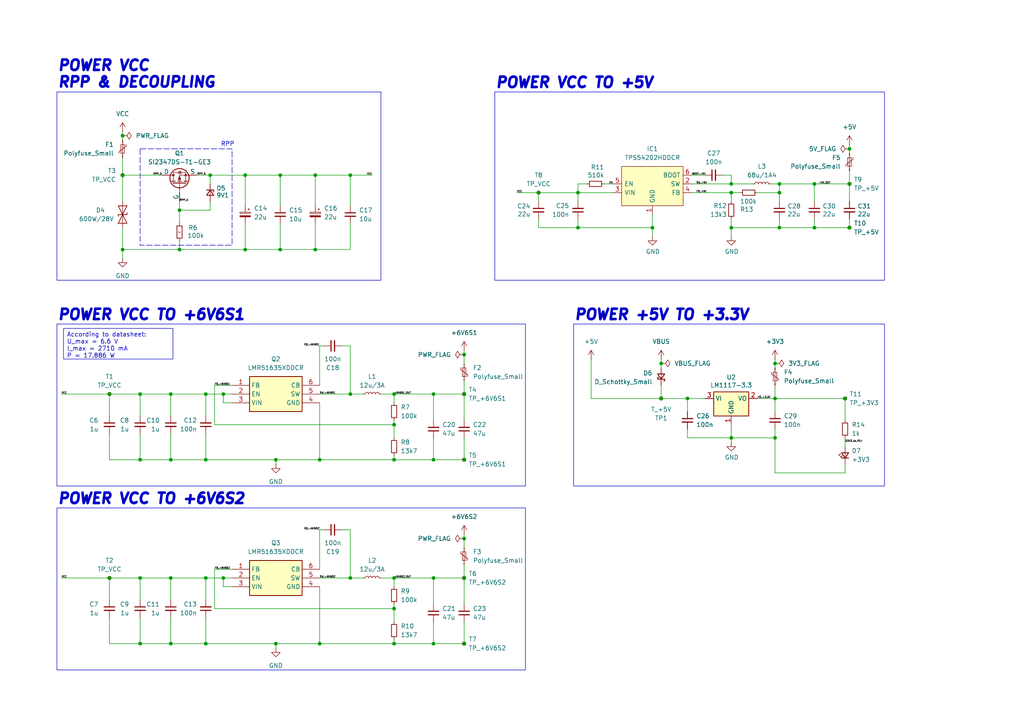
<source format=kicad_sch>
(kicad_sch (version 20250114) (generator "eeschema") (generator_version "9.0")
  (paper "A4")
  (rectangle (start 166.37 93.98) (end 256.54 140.97))
  (rectangle (start 16.51 93.98) (end 152.4 140.97))
  (rectangle (start 143.51 26.67) (end 256.54 81.28))
  (rectangle (start 16.51 26.67) (end 110.49 81.28))
  (rectangle (start 40.64 43.18) (end 67.31 71.12) (stroke (width 0) (type dash)))
  (rectangle (start 16.51 147.32) (end 152.4 194.31))
  (text "RPP" (at 66.04 41.91 0) (effects (font (size 1.27 1.27))))
  (text "POWER VCC TO +6V6S2" (at 16.51 144.78 0) (effects (font (size 3 3) (thickness 2) (bold yes) (italic yes)) (justify left)))
  (text "POWER VCC TO +5V" (at 143.51 24.13 0) (effects (font (size 3 3) (thickness 2) (bold yes) (italic yes)) (justify left)))
  (text "POWER +5V TO +3.3V" (at 166.37 91.44 0) (effects (font (size 3 3) (thickness 2) (bold yes) (italic yes)) (justify left)))
  (text "POWER VCC\nRPP & DECOUPLING" (at 16.51 21.59 0) (effects (font (size 3 3) (thickness 2) (bold yes) (italic yes)) (justify left)))
  (text "POWER VCC TO +6V6S1" (at 16.51 91.44 0) (effects (font (size 3 3) (thickness 2) (bold yes) (italic yes)) (justify left)))
  (text_box "According to datasheet:\nU_max = 6.6 V\nI_max = 2710 mA\nP = 17.886 W" (at 18.415 95.25 0) (size 31.75 8.89) (margins 0.9525 0.9525 0.9525 0.9525) (effects (font (size 1.27 1.27)) (justify left top)))
  (junction (at 212.09 127))
  (junction (at 226.06 66.04))
  (junction (at 212.09 53.34))
  (junction (at 49.53 186.69))
  (junction (at 191.77 115.57))
  (junction (at 134.62 102.87))
  (junction (at 59.69 133.35))
  (junction (at 49.53 167.64))
  (junction (at 125.73 114.3))
  (junction (at 134.62 114.3))
  (junction (at 64.77 114.3))
  (junction (at 125.73 167.64))
  (junction (at 114.3 123.19))
  (junction (at 114.3 114.3))
  (junction (at 226.06 53.34))
  (junction (at 59.69 186.69))
  (junction (at 134.62 167.64))
  (junction (at 191.77 105.41))
  (junction (at 81.28 72.39))
  (junction (at 31.75 167.64))
  (junction (at 91.44 50.8))
  (junction (at 114.3 176.53))
  (junction (at 92.71 186.69))
  (junction (at 114.3 133.35))
  (junction (at 52.07 60.96))
  (junction (at 134.62 186.69))
  (junction (at 167.64 55.88))
  (junction (at 212.09 55.88))
  (junction (at 101.6 114.3))
  (junction (at 71.12 50.8))
  (junction (at 52.07 72.39))
  (junction (at 80.01 133.35))
  (junction (at 246.38 43.18))
  (junction (at 31.75 114.3))
  (junction (at 189.23 66.04))
  (junction (at 71.12 72.39))
  (junction (at 167.64 66.04))
  (junction (at 101.6 50.8))
  (junction (at 40.64 133.35))
  (junction (at 35.56 39.37))
  (junction (at 236.22 66.04))
  (junction (at 125.73 186.69))
  (junction (at 40.64 186.69))
  (junction (at 92.71 133.35))
  (junction (at 60.96 50.8))
  (junction (at 156.21 55.88))
  (junction (at 246.38 66.04))
  (junction (at 35.56 72.39))
  (junction (at 226.06 55.88))
  (junction (at 134.62 133.35))
  (junction (at 114.3 167.64))
  (junction (at 114.3 186.69))
  (junction (at 81.28 50.8))
  (junction (at 40.64 114.3))
  (junction (at 40.64 167.64))
  (junction (at 59.69 114.3))
  (junction (at 246.38 53.34))
  (junction (at 236.22 53.34))
  (junction (at 224.79 115.57))
  (junction (at 125.73 133.35))
  (junction (at 49.53 114.3))
  (junction (at 35.56 50.8))
  (junction (at 224.79 105.41))
  (junction (at 224.79 127))
  (junction (at 212.09 66.04))
  (junction (at 199.39 115.57))
  (junction (at 134.62 156.21))
  (junction (at 59.69 167.64))
  (junction (at 101.6 167.64))
  (junction (at 64.77 167.64))
  (junction (at 91.44 72.39))
  (junction (at 49.53 133.35))
  (junction (at 245.11 115.57))
  (junction (at 80.01 186.69))
  (wire (pts (xy 31.75 114.3) (xy 40.64 114.3)))
  (wire (pts (xy 134.62 154.94) (xy 134.62 156.21)))
  (wire (pts (xy 200.66 55.88) (xy 212.09 55.88)))
  (wire (pts (xy 92.71 100.33) (xy 93.98 100.33)))
  (wire (pts (xy 67.31 170.18) (xy 64.77 170.18)))
  (wire (pts (xy 59.69 167.64) (xy 64.77 167.64)))
  (wire (pts (xy 167.64 53.34) (xy 167.64 55.88)))
  (wire (pts (xy 114.3 127) (xy 114.3 123.19)))
  (wire (pts (xy 199.39 124.46) (xy 199.39 127)))
  (wire (pts (xy 224.79 104.14) (xy 224.79 105.41)))
  (wire (pts (xy 189.23 62.23) (xy 189.23 66.04)))
  (wire (pts (xy 101.6 50.8) (xy 101.6 59.69)))
  (wire (pts (xy 62.23 123.19) (xy 114.3 123.19)))
  (wire (pts (xy 212.09 55.88) (xy 212.09 58.42)))
  (wire (pts (xy 200.66 50.8) (xy 204.47 50.8)))
  (wire (pts (xy 59.69 179.07) (xy 59.69 186.69)))
  (wire (pts (xy 67.31 165.1) (xy 62.23 165.1)))
  (wire (pts (xy 245.11 127) (xy 245.11 129.54)))
  (wire (pts (xy 92.71 167.64) (xy 101.6 167.64)))
  (wire (pts (xy 99.06 100.33) (xy 101.6 100.33)))
  (wire (pts (xy 134.62 180.34) (xy 134.62 186.69)))
  (wire (pts (xy 35.56 72.39) (xy 52.07 72.39)))
  (wire (pts (xy 191.77 105.41) (xy 191.77 106.68)))
  (wire (pts (xy 71.12 50.8) (xy 81.28 50.8)))
  (wire (pts (xy 149.86 55.88) (xy 156.21 55.88)))
  (wire (pts (xy 226.06 53.34) (xy 223.52 53.34)))
  (wire (pts (xy 40.64 167.64) (xy 40.64 173.99)))
  (wire (pts (xy 156.21 63.5) (xy 156.21 66.04)))
  (wire (pts (xy 212.09 66.04) (xy 212.09 63.5)))
  (wire (pts (xy 101.6 50.8) (xy 107.95 50.8)))
  (wire (pts (xy 40.64 167.64) (xy 49.53 167.64)))
  (wire (pts (xy 31.75 133.35) (xy 40.64 133.35)))
  (wire (pts (xy 40.64 179.07) (xy 40.64 186.69)))
  (wire (pts (xy 31.75 179.07) (xy 31.75 186.69)))
  (wire (pts (xy 71.12 50.8) (xy 71.12 59.69)))
  (wire (pts (xy 125.73 114.3) (xy 125.73 121.92)))
  (wire (pts (xy 246.38 53.34) (xy 236.22 53.34)))
  (wire (pts (xy 125.73 186.69) (xy 114.3 186.69)))
  (wire (pts (xy 49.53 114.3) (xy 59.69 114.3)))
  (wire (pts (xy 80.01 133.35) (xy 80.01 134.62)))
  (wire (pts (xy 175.26 53.34) (xy 177.8 53.34)))
  (wire (pts (xy 35.56 38.1) (xy 35.56 39.37)))
  (wire (pts (xy 31.75 167.64) (xy 31.75 173.99)))
  (wire (pts (xy 134.62 114.3) (xy 134.62 121.92)))
  (wire (pts (xy 101.6 114.3) (xy 105.41 114.3)))
  (wire (pts (xy 52.07 58.42) (xy 52.07 60.96)))
  (wire (pts (xy 125.73 127) (xy 125.73 133.35)))
  (wire (pts (xy 226.06 53.34) (xy 226.06 55.88)))
  (wire (pts (xy 62.23 176.53) (xy 114.3 176.53)))
  (wire (pts (xy 134.62 167.64) (xy 134.62 175.26)))
  (wire (pts (xy 59.69 186.69) (xy 80.01 186.69)))
  (wire (pts (xy 134.62 167.64) (xy 134.62 163.83)))
  (wire (pts (xy 52.07 60.96) (xy 60.96 60.96)))
  (wire (pts (xy 134.62 102.87) (xy 134.62 105.41)))
  (wire (pts (xy 224.79 137.16) (xy 245.11 137.16)))
  (wire (pts (xy 114.3 121.92) (xy 114.3 123.19)))
  (wire (pts (xy 134.62 114.3) (xy 134.62 110.49)))
  (wire (pts (xy 35.56 50.8) (xy 46.99 50.8)))
  (wire (pts (xy 40.64 125.73) (xy 40.64 133.35)))
  (wire (pts (xy 156.21 66.04) (xy 167.64 66.04)))
  (wire (pts (xy 236.22 63.5) (xy 236.22 66.04)))
  (wire (pts (xy 125.73 186.69) (xy 134.62 186.69)))
  (wire (pts (xy 31.75 125.73) (xy 31.75 133.35)))
  (wire (pts (xy 62.23 165.1) (xy 62.23 176.53)))
  (wire (pts (xy 125.73 133.35) (xy 114.3 133.35)))
  (wire (pts (xy 64.77 114.3) (xy 67.31 114.3)))
  (wire (pts (xy 52.07 72.39) (xy 52.07 69.85)))
  (wire (pts (xy 167.64 55.88) (xy 167.64 58.42)))
  (wire (pts (xy 92.71 114.3) (xy 101.6 114.3)))
  (wire (pts (xy 92.71 133.35) (xy 114.3 133.35)))
  (wire (pts (xy 59.69 114.3) (xy 64.77 114.3)))
  (wire (pts (xy 101.6 153.67) (xy 101.6 167.64)))
  (wire (pts (xy 60.96 53.34) (xy 60.96 50.8)))
  (wire (pts (xy 64.77 116.84) (xy 64.77 114.3)))
  (wire (pts (xy 167.64 55.88) (xy 177.8 55.88)))
  (wire (pts (xy 35.56 50.8) (xy 35.56 58.42)))
  (wire (pts (xy 80.01 186.69) (xy 80.01 187.96)))
  (wire (pts (xy 191.77 104.14) (xy 191.77 105.41)))
  (wire (pts (xy 224.79 105.41) (xy 224.79 106.68)))
  (wire (pts (xy 49.53 186.69) (xy 59.69 186.69)))
  (wire (pts (xy 59.69 114.3) (xy 59.69 120.65)))
  (wire (pts (xy 199.39 115.57) (xy 199.39 119.38)))
  (wire (pts (xy 60.96 50.8) (xy 71.12 50.8)))
  (wire (pts (xy 114.3 132.08) (xy 114.3 133.35)))
  (wire (pts (xy 156.21 55.88) (xy 156.21 58.42)))
  (wire (pts (xy 40.64 133.35) (xy 49.53 133.35)))
  (wire (pts (xy 199.39 127) (xy 212.09 127)))
  (wire (pts (xy 191.77 115.57) (xy 199.39 115.57)))
  (wire (pts (xy 246.38 44.45) (xy 246.38 43.18)))
  (wire (pts (xy 219.71 55.88) (xy 226.06 55.88)))
  (wire (pts (xy 17.78 114.3) (xy 31.75 114.3)))
  (wire (pts (xy 246.38 43.18) (xy 246.38 41.91)))
  (wire (pts (xy 40.64 114.3) (xy 40.64 120.65)))
  (wire (pts (xy 212.09 66.04) (xy 212.09 68.58)))
  (wire (pts (xy 91.44 72.39) (xy 101.6 72.39)))
  (wire (pts (xy 59.69 133.35) (xy 80.01 133.35)))
  (wire (pts (xy 246.38 53.34) (xy 246.38 49.53)))
  (wire (pts (xy 224.79 111.76) (xy 224.79 115.57)))
  (wire (pts (xy 81.28 50.8) (xy 81.28 59.69)))
  (wire (pts (xy 134.62 156.21) (xy 134.62 158.75)))
  (wire (pts (xy 31.75 114.3) (xy 31.75 120.65)))
  (wire (pts (xy 226.06 63.5) (xy 226.06 66.04)))
  (wire (pts (xy 171.45 104.14) (xy 171.45 115.57)))
  (wire (pts (xy 99.06 153.67) (xy 101.6 153.67)))
  (wire (pts (xy 49.53 179.07) (xy 49.53 186.69)))
  (wire (pts (xy 189.23 66.04) (xy 189.23 68.58)))
  (wire (pts (xy 246.38 66.04) (xy 236.22 66.04)))
  (wire (pts (xy 49.53 114.3) (xy 49.53 120.65)))
  (wire (pts (xy 224.79 124.46) (xy 224.79 127)))
  (wire (pts (xy 114.3 185.42) (xy 114.3 186.69)))
  (wire (pts (xy 101.6 72.39) (xy 101.6 64.77)))
  (wire (pts (xy 226.06 66.04) (xy 212.09 66.04)))
  (wire (pts (xy 114.3 167.64) (xy 114.3 170.18)))
  (wire (pts (xy 236.22 53.34) (xy 226.06 53.34)))
  (wire (pts (xy 67.31 111.76) (xy 62.23 111.76)))
  (wire (pts (xy 101.6 167.64) (xy 105.41 167.64)))
  (wire (pts (xy 80.01 133.35) (xy 92.71 133.35)))
  (wire (pts (xy 212.09 53.34) (xy 212.09 50.8)))
  (wire (pts (xy 212.09 53.34) (xy 218.44 53.34)))
  (wire (pts (xy 226.06 55.88) (xy 226.06 58.42)))
  (wire (pts (xy 214.63 55.88) (xy 212.09 55.88)))
  (wire (pts (xy 40.64 186.69) (xy 49.53 186.69)))
  (wire (pts (xy 49.53 167.64) (xy 59.69 167.64)))
  (wire (pts (xy 212.09 127) (xy 224.79 127)))
  (wire (pts (xy 171.45 115.57) (xy 191.77 115.57)))
  (wire (pts (xy 52.07 60.96) (xy 52.07 64.77)))
  (wire (pts (xy 114.3 114.3) (xy 114.3 116.84)))
  (wire (pts (xy 49.53 133.35) (xy 59.69 133.35)))
  (wire (pts (xy 92.71 116.84) (xy 92.71 133.35)))
  (wire (pts (xy 49.53 167.64) (xy 49.53 173.99)))
  (wire (pts (xy 167.64 66.04) (xy 167.64 63.5)))
  (wire (pts (xy 49.53 125.73) (xy 49.53 133.35)))
  (wire (pts (xy 62.23 111.76) (xy 62.23 123.19)))
  (wire (pts (xy 17.78 167.64) (xy 31.75 167.64)))
  (wire (pts (xy 60.96 58.42) (xy 60.96 60.96)))
  (wire (pts (xy 200.66 53.34) (xy 212.09 53.34)))
  (wire (pts (xy 212.09 123.19) (xy 212.09 127)))
  (wire (pts (xy 67.31 116.84) (xy 64.77 116.84)))
  (wire (pts (xy 189.23 66.04) (xy 167.64 66.04)))
  (wire (pts (xy 31.75 167.64) (xy 40.64 167.64)))
  (wire (pts (xy 35.56 66.04) (xy 35.56 72.39)))
  (wire (pts (xy 91.44 50.8) (xy 101.6 50.8)))
  (wire (pts (xy 236.22 53.34) (xy 236.22 58.42)))
  (wire (pts (xy 91.44 64.77) (xy 91.44 72.39)))
  (wire (pts (xy 92.71 165.1) (xy 92.71 153.67)))
  (wire (pts (xy 191.77 111.76) (xy 191.77 115.57)))
  (wire (pts (xy 199.39 115.57) (xy 204.47 115.57)))
  (wire (pts (xy 125.73 180.34) (xy 125.73 186.69)))
  (wire (pts (xy 81.28 50.8) (xy 91.44 50.8)))
  (wire (pts (xy 64.77 170.18) (xy 64.77 167.64)))
  (wire (pts (xy 224.79 115.57) (xy 224.79 119.38)))
  (wire (pts (xy 134.62 167.64) (xy 125.73 167.64)))
  (wire (pts (xy 224.79 127) (xy 224.79 137.16)))
  (wire (pts (xy 110.49 167.64) (xy 114.3 167.64)))
  (wire (pts (xy 35.56 45.72) (xy 35.56 50.8)))
  (wire (pts (xy 212.09 127) (xy 212.09 128.27)))
  (wire (pts (xy 236.22 66.04) (xy 226.06 66.04)))
  (wire (pts (xy 209.55 50.8) (xy 212.09 50.8)))
  (wire (pts (xy 134.62 101.6) (xy 134.62 102.87)))
  (wire (pts (xy 110.49 114.3) (xy 114.3 114.3)))
  (wire (pts (xy 91.44 50.8) (xy 91.44 59.69)))
  (wire (pts (xy 134.62 127) (xy 134.62 133.35)))
  (wire (pts (xy 92.71 111.76) (xy 92.71 100.33)))
  (wire (pts (xy 114.3 180.34) (xy 114.3 176.53)))
  (wire (pts (xy 114.3 175.26) (xy 114.3 176.53)))
  (wire (pts (xy 167.64 55.88) (xy 156.21 55.88)))
  (wire (pts (xy 57.15 50.8) (xy 60.96 50.8)))
  (wire (pts (xy 134.62 114.3) (xy 125.73 114.3)))
  (wire (pts (xy 114.3 167.64) (xy 125.73 167.64)))
  (wire (pts (xy 71.12 64.77) (xy 71.12 72.39)))
  (wire (pts (xy 101.6 100.33) (xy 101.6 114.3)))
  (wire (pts (xy 52.07 72.39) (xy 71.12 72.39)))
  (wire (pts (xy 81.28 64.77) (xy 81.28 72.39)))
  (wire (pts (xy 170.18 53.34) (xy 167.64 53.34)))
  (wire (pts (xy 92.71 186.69) (xy 114.3 186.69)))
  (wire (pts (xy 35.56 72.39) (xy 35.56 74.93)))
  (wire (pts (xy 219.71 115.57) (xy 224.79 115.57)))
  (wire (pts (xy 81.28 72.39) (xy 91.44 72.39)))
  (wire (pts (xy 92.71 170.18) (xy 92.71 186.69)))
  (wire (pts (xy 246.38 53.34) (xy 246.38 58.42)))
  (wire (pts (xy 114.3 114.3) (xy 125.73 114.3)))
  (wire (pts (xy 125.73 133.35) (xy 134.62 133.35)))
  (wire (pts (xy 71.12 72.39) (xy 81.28 72.39)))
  (wire (pts (xy 40.64 114.3) (xy 49.53 114.3)))
  (wire (pts (xy 31.75 186.69) (xy 40.64 186.69)))
  (wire (pts (xy 92.71 153.67) (xy 93.98 153.67)))
  (wire (pts (xy 35.56 39.37) (xy 35.56 40.64)))
  (wire (pts (xy 59.69 125.73) (xy 59.69 133.35)))
  (wire (pts (xy 64.77 167.64) (xy 67.31 167.64)))
  (wire (pts (xy 59.69 167.64) (xy 59.69 173.99)))
  (wire (pts (xy 245.11 134.62) (xy 245.11 137.16)))
  (wire (pts (xy 125.73 167.64) (xy 125.73 175.26)))
  (wire (pts (xy 246.38 63.5) (xy 246.38 66.04)))
  (wire (pts (xy 80.01 186.69) (xy 92.71 186.69)))
  (wire (pts (xy 245.11 115.57) (xy 245.11 121.92)))
  (wire (pts (xy 224.79 115.57) (xy 245.11 115.57)))
  (label "VCC" (at 107.95 50.8 180) (effects (font (size 0.508 0.508))))
  (label "RPP_S" (at 57.15 50.8 0) (effects (font (size 0.508 0.508))))
  (label "FB_+6V6S1" (at 62.23 111.76 0) (effects (font (size 0.508 0.508))))
  (label "+5V_OUT" (at 237.49 53.34 0) (effects (font (size 0.5 0.5))))
  (label "VO_+3.3V" (at 219.71 115.57 0) (effects (font (size 0.508 0.508))))
  (label "EN" (at 177.8 53.34 180) (effects (font (size 0.508 0.508))))
  (label "+6V6S2_OUT" (at 114.3 167.64 0) (effects (font (size 0.508 0.508))))
  (label "SW_+6V6S2" (at 92.71 167.64 0) (effects (font (size 0.508 0.508))))
  (label "RPP_D" (at 46.99 50.8 180) (effects (font (size 0.508 0.508))))
  (label "+6V6S1_OUT" (at 114.3 114.3 0) (effects (font (size 0.508 0.508))))
  (label "D3V3_to_R1k" (at 245.11 128.27 0) (effects (font (size 0.508 0.508))))
  (label "FB_+5V" (at 201.93 55.88 0) (effects (font (size 0.508 0.508))))
  (label "VCC" (at 17.78 114.3 0) (effects (font (size 0.508 0.508))))
  (label "BOOT_+5V" (at 200.66 50.8 0) (effects (font (size 0.508 0.508))))
  (label "CB_+6V6S1" (at 92.71 100.33 180) (effects (font (size 0.508 0.508))))
  (label "VCC" (at 17.78 167.64 0) (effects (font (size 0.508 0.508))))
  (label "CB_+6V6S2" (at 92.71 153.67 180) (effects (font (size 0.508 0.508))))
  (label "FB_+6V6S2" (at 62.23 165.1 0) (effects (font (size 0.508 0.508))))
  (label "RPP_G" (at 52.07 58.42 0) (effects (font (size 0.508 0.508))))
  (label "SW_+5V" (at 201.93 53.34 0) (effects (font (size 0.508 0.508))))
  (label "VCC" (at 149.86 55.88 0) (effects (font (size 0.508 0.508))))
  (label "SW_+6V6S1" (at 92.71 114.3 0) (effects (font (size 0.508 0.508))))
  (symbol (lib_id "Device:C_Small") (at 134.62 124.46 180) (unit 1)
    (property "Reference" "C22" (at 137.16 123.1835 0) (effects (justify right)))
    (property "Value" "47u" (at 137.16 125.7235 0) (effects (justify right)))
    (property "Footprint" "Capacitor_SMD:C_0603_1608Metric_Pad1.08x0.95mm_HandSolder" (effects (hide yes)))
    (property "Datasheet" "https://www.mouser.pl/datasheet/2/281/1/GRM32EC81A476KE19_01A-1988153.pdf" (effects (hide yes)))
    (property "Description" "Unpolarized capacitor, small symbol" (effects (hide yes)))
    (property "Mouser Price/Stock" "https://www.mouser.pl/ProductDetail/Murata-Electronics/GRM32EC81A476KE19L?qs=MY6wChARw2yvJSSmMP%2Fwxg%3D%3D" (effects (hide yes)))
  )
  (symbol (lib_id "power:GND") (at 212.09 68.58 0) (unit 1)
    (property "Reference" "#PWR016" (effects (hide yes)))
    (property "Value" "GND" (at 212.217 72.9742 0))
  )
  (symbol (lib_id "Device:Polyfuse_Small") (at 134.62 107.95 0) (unit 1)
    (property "Reference" "F2" (at 137.16 106.6799 0) (effects (justify left)))
    (property "Value" "Polyfuse_Small" (at 137.16 109.2199 0) (effects (justify left)))
    (property "Footprint" "Fuse:Fuse_0805_2012Metric_Pad1.15x1.40mm_HandSolder" (effects (hide yes)))
    (property "Datasheet" "https://www.mouser.pl/datasheet/2/87/eaton_ptslr0805_surface_mount_resettable_fuse_data-1839574.pdf" (effects (hide yes)))
    (property "Description" "Resettable fuse, polymeric positive temperature coefficient, small symbol" (effects (hide yes)))
    (property "Mouser Price/Stock" "https://www.mouser.pl/ProductDetail/Eaton-Electronics/PTSLR08058V300?qs=aP1CjGhiNiEUZKyvUOiEhw%3D%3D" (effects (hide yes)))
  )
  (symbol (lib_id "Connector:TestPoint_Small") (at 191.77 115.57 90) (mirror x) (unit 1)
    (property "Reference" "TP1" (at 191.77 121.285 90))
    (property "Value" "T_+5V" (at 191.77 118.745 90))
    (property "Footprint" "TestPoint:TestPoint_Pad_1.0x1.0mm" (effects (hide yes)))
    (property "Description" "test point" (effects (hide yes)))
  )
  (symbol (lib_id "power:PWR_FLAG") (at 224.79 105.41 270) (unit 1)
    (property "Reference" "#FLG06" (effects (hide yes)))
    (property "Value" "3V3_FLAG" (at 228.6 105.4099 90) (effects (justify left)))
    (property "Description" "Special symbol for telling ERC where power comes from" (effects (hide yes)))
  )
  (symbol (lib_id "power:+1V0") (at 134.62 101.6 0) (unit 1)
    (property "Reference" "#PWR011" (effects (hide yes)))
    (property "Value" "+6V6S1" (at 134.62 96.52 0))
    (property "Description" "Power symbol creates a global label with name \"+1V0\"" (effects (hide yes)))
  )
  (symbol (lib_id "power:GND") (at 35.56 74.93 0) (unit 1)
    (property "Reference" "#PWR08" (effects (hide yes)))
    (property "Value" "GND" (at 35.56 80.01 0))
    (property "Description" "Power symbol creates a global label with name \"GND\" , ground" (effects (hide yes)))
  )
  (symbol (lib_id "Connector:TestPoint_Small") (at 245.11 115.57 0) (unit 1)
    (property "Reference" "T11" (at 246.38 114.2999 0) (effects (justify left)))
    (property "Value" "TP_+3V3" (at 246.38 116.8399 0) (effects (justify left)))
    (property "Footprint" "TestPoint:TestPoint_Pad_1.0x1.0mm" (effects (hide yes)))
    (property "Description" "test point" (effects (hide yes)))
  )
  (symbol (lib_id "Device:R_Small") (at 172.72 53.34 270) (unit 1)
    (property "Reference" "R11" (at 175.26 48.4886 90) (effects (justify right)))
    (property "Value" "510k" (at 175.26 50.8 90) (effects (justify right)))
    (property "Footprint" "Resistor_SMD:R_0603_1608Metric" (effects (hide yes)))
    (property "Datasheet" "https://www.mouser.pl/datasheet/2/447/PYu_RT_1_to_0_01_RoHS_L_15-3461507.pdf" (effects (hide yes)))
    (property "Manufacturer_Name" "--" (effects (hide yes)))
    (property "Manufacturer_Part_Number" "RT0603DRD07510KL" (effects (hide yes)))
    (property "Mouser Part Number" "603-RT0603DRD07510KL" (effects (hide yes)))
    (property "Mouser Price/Stock" "https://www.mouser.pl/ProductDetail/YAGEO/RT0603DRD07510KL?qs=sGAEpiMZZMvdGkrng054ty4ODOmm8zHWC2NtN%2FxoXMDt5RcWrhCwTg%3D%3D" (effects (hide yes)))
  )
  (symbol (lib_id "Device:L_Small") (at 107.95 167.64 90) (unit 1)
    (property "Reference" "L2" (at 107.95 162.56 90))
    (property "Value" "12u/3A" (at 107.95 165.1 90))
    (property "Footprint" "Inductor_SMD:L_TDK_VLS6045EX_VLS6045AF" (effects (hide yes)))
    (property "Datasheet" "https://product.tdk.com/system/files/dam/doc/product/inductor/inductor/smd/catalog/inductor_commercial_power_vls6045ex_en.pdf" (effects (hide yes)))
    (property "Description" "Inductor, small symbol" (effects (hide yes)))
    (property "Mouser Price/Stock" "https://www.mouser.pl/ProductDetail/TDK/VLS6045EX-150M?qs=oF%2FSscNnLpDh4m%2FVdQ%2FgKQ%3D%3D" (effects (hide yes)))
  )
  (symbol (lib_id "power:GND") (at 80.01 134.62 0) (unit 1)
    (property "Reference" "#PWR09" (effects (hide yes)))
    (property "Value" "GND" (at 80.01 139.7 0))
    (property "Description" "Power symbol creates a global label with name \"GND\" , ground" (effects (hide yes)))
  )
  (symbol (lib_id "Connector:TestPoint_Small") (at 35.56 50.8 0) (mirror y) (unit 1)
    (property "Reference" "T3" (at 33.655 49.5299 0) (effects (justify left)))
    (property "Value" "TP_VCC" (at 33.655 52.0699 0) (effects (justify left)))
    (property "Footprint" "TestPoint:TestPoint_Pad_1.0x1.0mm" (effects (hide yes)))
    (property "Description" "test point" (effects (hide yes)))
  )
  (symbol (lib_id "Simulation_SPICE:PMOS") (at 52.07 53.34 90) (unit 1)
    (property "Reference" "Q1" (at 52.07 44.45 90))
    (property "Value" "SI2347DS-T1-GE3" (at 52.07 46.99 90))
    (property "Footprint" "Package_TO_SOT_SMD:SOT-23_Handsoldering" (effects (hide yes)))
    (property "Datasheet" "https://www.vishay.com/docs/62827/si2347ds.pdf" (effects (hide yes)))
    (property "Description" "P-MOSFET transistor, drain/source/gate" (effects (hide yes)))
    (property "Sim.Pins" "1=D 2=G 3=S" (effects (hide yes)))
    (property "Mouser Price/Stock" "https://www.mouser.pl/ProductDetail/Vishay-Semiconductors/SI2347DS-T1-GE3?qs=wnm%2FPMJNddFQv4lfacOrcA%3D%3D&srsltid=AfmBOorX1kxCNipzcZz1Ju-C8rnraJTskBOcUjpo_ckI6u0rsx98SdlD" (effects (hide yes)))
  )
  (symbol (lib_id "Samacsys_kicad_sym:SRR4028-271Y") (at 220.98 53.34 0) (unit 1)
    (property "Reference" "L3" (at 220.98 48.26 0))
    (property "Value" "68u/1A4" (at 220.98 50.8 0))
    (property "Footprint" "Inductor_SMD:L_TDK_VLS6045EX_VLS6045AF" (effects (hide yes)))
    (property "Datasheet" "https://product.tdk.com/system/files/dam/doc/product/inductor/inductor/smd/catalog/inductor_commercial_power_vls6045ex_en.pdf" (effects (hide yes)))
    (property "Description" "Power Inductors - SMD 68uH 20% 0.31mohms 1A 6x6x4.5mm" (effects (hide yes)))
    (property "Height" "4.5mm" (effects (hide yes)))
    (property "Mouser Part Number" "810-VLS6045EX-680M" (effects (hide yes)))
    (property "Mouser Price/Stock" "https://www.mouser.pl/ProductDetail/TDK/VLS6045EX-680M?qs=oF%2FSscNnLpBLjomrKRgHaA%3D%3D" (effects (hide yes)))
    (property "Manufacturer_Name" "TDK" (effects (hide yes)))
    (property "Manufacturer_Part_Number" " VLS6045EX-680M" (effects (hide yes)))
  )
  (symbol (lib_name "+5V_1") (lib_id "power:+5V") (at 246.38 41.91 0) (unit 1)
    (property "Reference" "#PWR019" (effects (hide yes)))
    (property "Value" "+5V" (at 246.38 36.83 0))
    (property "Description" "Power symbol creates a global label with name \"+5V\"" (effects (hide yes)))
  )
  (symbol (lib_id "power:PWR_FLAG") (at 191.77 105.41 270) (unit 1)
    (property "Reference" "#FLG05" (effects (hide yes)))
    (property "Value" "VBUS_FLAG" (at 195.58 105.4099 90) (effects (justify left)))
    (property "Description" "Special symbol for telling ERC where power comes from" (effects (hide yes)))
  )
  (symbol (lib_id "Device:D_Zener_Small") (at 60.96 55.88 270) (unit 1)
    (property "Reference" "D5" (at 62.738 54.61 90) (effects (justify left)))
    (property "Value" "9V1" (at 62.738 56.642 90) (effects (justify left)))
    (property "Footprint" "Diode_SMD:D_SOD-323_HandSoldering" (effects (hide yes)))
    (property "Datasheet" "https://eu.mouser.com/datasheet/2/258/MMXZ5223B_MMXZ5259B_SOD_323_-3365927.pdf" (effects (hide yes)))
    (property "Description" "Zener diode 9.1V" (effects (hide yes)))
    (property "Mouser Price/Stock" "https://eu.mouser.com/ProductDetail/Micro-Commercial-Components-MCC/MMXZ5239B-TP?qs=ZNK0BnemlqF4shEFWztjGQ%3D%3D" (effects (hide yes)))
  )
  (symbol (lib_id "SamacsysNew:TPS54202HDDCR") (at 191.77 53.34 0) (unit 1)
    (property "Reference" "IC1" (at 189.23 43.18 0))
    (property "Value" "TPS54202HDDCR" (at 189.23 45.72 0))
    (property "Footprint" "Package_TO_SOT_SMD:SOT-23-6" (effects (hide yes)))
    (property "Datasheet" "http://www.ti.com/lit/gpn/tps54202h" (effects (hide yes)))
    (property "Description" "4.5V to 28V Input, 2A Output, Synchronous Step-Down Voltage Converter" (effects (hide yes)))
    (property "Height" "1.1" (effects (hide yes)))
    (property "Mouser Part Number" "595-TPS54202HDDCR" (effects (hide yes)))
    (property "Mouser Price/Stock" "https://www.mouser.co.uk/ProductDetail/Texas-Instruments/TPS54202HDDCR?qs=uP22XH7NdCtzy%252BOdxI8qhQ%3D%3D" (effects (hide yes)))
    (property "Manufacturer_Name" "Texas Instruments" (effects (hide yes)))
    (property "Manufacturer_Part_Number" "TPS54202HDDCR" (effects (hide yes)))
  )
  (symbol (lib_id "SamacSys_Parts:LMR51635XDDCR") (at 67.31 165.1 0) (unit 1)
    (property "Reference" "Q3" (at 80.01 157.48 0))
    (property "Value" "LMR51635XDDCR" (at 80.01 160.02 0))
    (property "Footprint" "SamacSys_Parts:SOT95P280X110-6N" (effects (hide yes)))
    (property "Datasheet" "https://www.ti.com/lit/gpn/lmr51635" (effects (hide yes)))
    (property "Description" "Functional Safety-Capable  Documentation available to aid functional safety system design  Configured for rugged industrial applications:  4.3V to 60V input voltage range  3.5A continuous output current  Low operating quiescent current of 29uA  70ns minimum switching on time  400kHz switching frequency  Frequency spread spectrum (PFM variant)  40C to 150C junction temperature range  96% maximum duty cycle  Monotonic start-up with prebiased output  Short-circuit protection with" (effects (hide yes)))
    (property "Height" "1.1" (effects (hide yes)))
    (property "Mouser Price/Stock" "https://www.mouser.pl/ProductDetail/Texas-Instruments/LMR51635XDDCR?qs=sGAEpiMZZMt1hubY80%2Fs8HD5vy81pbGNDwVUW%252BJXSqE9IWMzBHKeQw%3D%3D" (effects (hide yes)))
    (property "Manufacturer_Name" "Texas Instruments" (effects (hide yes)))
    (property "Manufacturer_Part_Number" "LMR51635XDDCR" (effects (hide yes)))
  )
  (symbol (lib_id "Connector:TestPoint_Small") (at 134.62 186.69 0) (unit 1)
    (property "Reference" "T7" (at 135.89 185.4199 0) (effects (justify left)))
    (property "Value" "TP_+6V6S2" (at 135.89 187.9599 0) (effects (justify left)))
    (property "Footprint" "TestPoint:TestPoint_Pad_1.0x1.0mm" (effects (hide yes)))
    (property "Description" "test point" (effects (hide yes)))
  )
  (symbol (lib_id "Device:C_Small") (at 49.53 176.53 0) (mirror y) (unit 1)
    (property "Reference" "C11" (at 46.355 175.2662 0) (effects (justify left)))
    (property "Value" "1u" (at 46.355 177.8062 0) (effects (justify left)))
    (property "Footprint" "Capacitor_SMD:C_0603_1608Metric_Pad1.08x0.95mm_HandSolder" (effects (hide yes)))
    (property "Datasheet" "https://www.mouser.pl/datasheet/2/396/MM_mlcc_all_e-3370058.pdf" (effects (hide yes)))
    (property "Description" "Unpolarized capacitor, small symbol" (effects (hide yes)))
    (property "Mouser Price/Stock" "https://www.mouser.pl/ProductDetail/TAIYO-YUDEN/MMJCG168CB7105KRPA18?qs=tlsG%2FOw5FFitCzv9vt4%2F3A%3D%3D" (effects (hide yes)))
  )
  (symbol (lib_id "Device:C_Small") (at 96.52 100.33 90) (unit 1)
    (property "Reference" "C18" (at 96.5263 106.68 90))
    (property "Value" "100n" (at 96.5263 104.14 90))
    (property "Footprint" "Capacitor_SMD:C_0603_1608Metric_Pad1.08x0.95mm_HandSolder" (effects (hide yes)))
    (property "Datasheet" "https://www.mouser.pl/datasheet/2/447/KEM_C1002_X7R_SMD-3316098.pdf" (effects (hide yes)))
    (property "Description" "Unpolarized capacitor, small symbol" (effects (hide yes)))
    (property "Mouser Price/Stock" "https://www.mouser.pl/ProductDetail/KEMET/C0603C104J5RACTM?qs=JHaSZE6YWYWxKFeO4jSa6A%3D%3D" (effects (hide yes)))
  )
  (symbol (lib_id "Device:R_Small") (at 114.3 172.72 180) (unit 1)
    (property "Reference" "R9" (at 116.205 171.4499 0) (effects (justify right)))
    (property "Value" "100k" (at 116.205 173.9899 0) (effects (justify right)))
    (property "Footprint" "Resistor_SMD:R_0603_1608Metric_Pad0.98x0.95mm_HandSolder" (effects (hide yes)))
    (property "Datasheet" "https://www.koaspeer.com/pdfs/RK73B.pdf" (effects (hide yes)))
    (property "Description" "Resistor, small symbol" (effects (hide yes)))
    (property "Mouser Price/Stock" "https://www.mouser.pl/ProductDetail/KOA-Speer/RK73B1JTTD104J?qs=sGAEpiMZZMvdGkrng054t2HaaJFon%252B0pQ1vDU7rpyKc%3D" (effects (hide yes)))
  )
  (symbol (lib_id "Device:C_Small") (at 207.01 50.8 90) (unit 1)
    (property "Reference" "C27" (at 207.0163 44.45 90))
    (property "Value" "100n" (at 207.0163 46.99 90))
    (property "Footprint" "Capacitor_SMD:C_0603_1608Metric_Pad1.08x0.95mm_HandSolder" (effects (hide yes)))
    (property "Datasheet" "https://www.mouser.pl/datasheet/2/447/KEM_C1002_X7R_SMD-3316098.pdf" (effects (hide yes)))
    (property "Description" "Unpolarized capacitor, small symbol" (effects (hide yes)))
    (property "Mouser Price/Stock" "https://www.mouser.pl/datasheet/2/447/KEM_C1002_X7R_SMD-3316098.pdf" (effects (hide yes)))
  )
  (symbol (lib_id "Device:C_Small") (at 236.22 60.96 0) (unit 1)
    (property "Reference" "C30" (at 238.5568 59.7916 0) (effects (justify left)))
    (property "Value" "22u" (at 238.5568 62.103 0) (effects (justify left)))
    (property "Footprint" "Capacitor_SMD:C_0805_2012Metric" (effects (hide yes)))
    (property "Manufacturer_Name" "MCASH21GCC7684MTCA1J" (effects (hide yes)))
    (property "Manufacturer_Part_Number" "CL21A107MQYNNWE" (effects (hide yes)))
    (property "Mouser Part Number" "810-C2012X5R1V226MAC" (effects (hide yes)))
  )
  (symbol (lib_id "Device:C_Small") (at 31.75 176.53 0) (mirror y) (unit 1)
    (property "Reference" "C7" (at 28.575 175.2662 0) (effects (justify left)))
    (property "Value" "1u" (at 28.575 177.8062 0) (effects (justify left)))
    (property "Footprint" "Capacitor_SMD:C_0603_1608Metric_Pad1.08x0.95mm_HandSolder" (effects (hide yes)))
    (property "Datasheet" "https://www.mouser.pl/datasheet/2/396/MM_mlcc_all_e-3370058.pdf" (effects (hide yes)))
    (property "Description" "Unpolarized capacitor, small symbol" (effects (hide yes)))
    (property "Mouser Price/Stock" "https://www.mouser.pl/ProductDetail/TAIYO-YUDEN/MMJCG168CB7105KRPA18?qs=tlsG%2FOw5FFitCzv9vt4%2F3A%3D%3D" (effects (hide yes)))
  )
  (symbol (lib_id "Connector:TestPoint_Small") (at 246.38 66.04 0) (unit 1)
    (property "Reference" "T10" (at 247.65 64.7699 0) (effects (justify left)))
    (property "Value" "TP_+5V" (at 247.65 67.3099 0) (effects (justify left)))
    (property "Footprint" "TestPoint:TestPoint_Pad_1.0x1.0mm" (effects (hide yes)))
    (property "Description" "test point" (effects (hide yes)))
  )
  (symbol (lib_id "Device:C_Small") (at 199.39 121.92 0) (unit 1)
    (property "Reference" "C26" (at 201.93 120.6562 0) (effects (justify left)))
    (property "Value" "100n" (at 201.93 123.1962 0) (effects (justify left)))
    (property "Footprint" "Capacitor_SMD:C_0603_1608Metric_Pad1.08x0.95mm_HandSolder" (effects (hide yes)))
    (property "Datasheet" "https://www.mouser.pl/datasheet/2/447/KEM_C1002_X7R_SMD-3316098.pdf" (effects (hide yes)))
    (property "Description" "Unpolarized capacitor, small symbol" (effects (hide yes)))
    (property "Mouser Price/Stock" "https://www.mouser.pl/datasheet/2/447/KEM_C1002_X7R_SMD-3316098.pdf" (effects (hide yes)))
  )
  (symbol (lib_id "Device:C_Small") (at 134.62 177.8 180) (unit 1)
    (property "Reference" "C23" (at 137.16 176.5235 0) (effects (justify right)))
    (property "Value" "47u" (at 137.16 179.0635 0) (effects (justify right)))
    (property "Footprint" "Capacitor_SMD:C_0603_1608Metric_Pad1.08x0.95mm_HandSolder" (effects (hide yes)))
    (property "Datasheet" "https://www.mouser.pl/datasheet/2/281/1/GRM32EC81A476KE19_01A-1988153.pdf" (effects (hide yes)))
    (property "Description" "Unpolarized capacitor, small symbol" (effects (hide yes)))
    (property "Mouser Price/Stock" "https://www.mouser.pl/ProductDetail/Murata-Electronics/GRM32EC81A476KE19L?qs=MY6wChARw2yvJSSmMP%2Fwxg%3D%3D" (effects (hide yes)))
  )
  (symbol (lib_id "Device:R_Small") (at 114.3 182.88 180) (unit 1)
    (property "Reference" "R10" (at 116.205 181.6099 0) (effects (justify right)))
    (property "Value" "13k7" (at 116.205 184.1499 0) (effects (justify right)))
    (property "Footprint" "Resistor_SMD:R_0603_1608Metric_Pad0.98x0.95mm_HandSolder" (effects (hide yes)))
    (property "Datasheet" "https://www.mouser.pl/datasheet/2/447/PYu_AC_51_RoHS_L_11-3418659.pdf" (effects (hide yes)))
    (property "Description" "Resistor, small symbol" (effects (hide yes)))
    (property "Mouser Price/Stock" "https://www.mouser.pl/ProductDetail/YAGEO/AC0603DRE0713K7L?qs=sGAEpiMZZMtlubZbdhIBIMHZ5gvv1VGtfSHmx2YCPyY%3D" (effects (hide yes)))
  )
  (symbol (lib_id "Device:C_Polarized_Small") (at 71.12 62.23 0) (mirror y) (unit 1)
    (property "Reference" "C14" (at 73.66 60.4138 0) (effects (justify right)))
    (property "Value" "22u" (at 73.66 62.9538 0) (effects (justify right)))
    (property "Footprint" "SamacSys_Parts:CAPPM7343X310N" (effects (hide yes)))
    (property "Datasheet" "https://product.tdk.com/system/files/dam/doc/product/capacitor/ceramic/mlcc/catalog/mlcc_commercial_general_en.pdf" (effects (hide yes)))
    (property "Description" "Polarized capacitor, small symbol" (effects (hide yes)))
    (property "Mouser Price/Stock" "https://www.mouser.pl/ProductDetail/TDK/C2012X5R1V226M125AC?qs=6JAMGB%252BEdkyUk0d2Mu2IrQ%3D%3D" (effects (hide yes)))
    (property "Mouser Part Number" "647-UCM1V220MCL1GS" (effects (hide yes)))
  )
  (symbol (lib_id "Device:C_Small") (at 224.79 121.92 0) (unit 1)
    (property "Reference" "C29" (at 227.33 120.6562 0) (effects (justify left)))
    (property "Value" "100n" (at 227.33 123.1962 0) (effects (justify left)))
    (property "Footprint" "Capacitor_SMD:C_0603_1608Metric_Pad1.08x0.95mm_HandSolder" (effects (hide yes)))
    (property "Datasheet" "https://www.mouser.pl/datasheet/2/447/KEM_C1002_X7R_SMD-3316098.pdf" (effects (hide yes)))
    (property "Description" "Unpolarized capacitor, small symbol" (effects (hide yes)))
    (property "Mouser Price/Stock" "https://www.mouser.pl/ProductDetail/KEMET/C0603C104J5RACTM?qs=JHaSZE6YWYWxKFeO4jSa6A%3D%3D" (effects (hide yes)))
  )
  (symbol (lib_id "Device:C_Small") (at 125.73 177.8 180) (unit 1)
    (property "Reference" "C21" (at 128.27 176.5235 0) (effects (justify right)))
    (property "Value" "47u" (at 128.27 179.0635 0) (effects (justify right)))
    (property "Footprint" "Capacitor_SMD:C_0603_1608Metric_Pad1.08x0.95mm_HandSolder" (effects (hide yes)))
    (property "Datasheet" "https://www.mouser.pl/datasheet/2/281/1/GRM32EC81A476KE19_01A-1988153.pdf" (effects (hide yes)))
    (property "Description" "Unpolarized capacitor, small symbol" (effects (hide yes)))
    (property "Mouser Price/Stock" "https://www.mouser.pl/ProductDetail/Murata-Electronics/GRM32EC81A476KE19L?qs=MY6wChARw2yvJSSmMP%2Fwxg%3D%3D" (effects (hide yes)))
  )
  (symbol (lib_id "power:GND") (at 212.09 128.27 0) (unit 1)
    (property "Reference" "#PWR017" (effects (hide yes)))
    (property "Value" "GND" (at 212.217 132.6642 0))
  )
  (symbol (lib_id "Device:R_Small") (at 217.17 55.88 90) (unit 1)
    (property "Reference" "R13" (at 214.63 60.7314 90) (effects (justify right)))
    (property "Value" "100k" (at 214.63 58.42 90) (effects (justify right)))
    (property "Footprint" "Resistor_SMD:R_0603_1608Metric" (effects (hide yes)))
    (property "Manufacturer_Name" "--" (effects (hide yes)))
    (property "Manufacturer_Part_Number" "RT0603DRE07100KL" (effects (hide yes)))
    (property "Mouser Part Number" "603-RT0603DRE07100KL" (effects (hide yes)))
    (property "Mouser Price/Stock" "https://www.mouser.pl/ProductDetail/YAGEO/RT0603DRE07100KL?qs=sGAEpiMZZMvdGkrng054t1nmr2c61WvadC66rbrHowc%3D" (effects (hide yes)))
  )
  (symbol (lib_id "power:+1V0") (at 134.62 154.94 0) (unit 1)
    (property "Reference" "#PWR012" (effects (hide yes)))
    (property "Value" "+6V6S2" (at 134.62 149.86 0))
    (property "Description" "Power symbol creates a global label with name \"+1V0\"" (effects (hide yes)))
  )
  (symbol (lib_id "power:PWR_FLAG") (at 134.62 102.87 90) (mirror x) (unit 1)
    (property "Reference" "#FLG03" (effects (hide yes)))
    (property "Value" "PWR_FLAG" (at 130.81 102.8699 90) (effects (justify left)))
    (property "Description" "Special symbol for telling ERC where power comes from" (effects (hide yes)))
  )
  (symbol (lib_id "Device:R_Small") (at 52.07 67.31 0) (unit 1)
    (property "Reference" "R6" (at 54.61 66.0399 0) (effects (justify left)))
    (property "Value" "100k" (at 54.356 68.326 0) (effects (justify left)))
    (property "Footprint" "Resistor_SMD:R_0603_1608Metric_Pad0.98x0.95mm_HandSolder" (effects (hide yes)))
    (property "Description" "Resistor, small symbol" (effects (hide yes)))
    (property "Mouser Price/Stock" "~" (at 52.07 67.31 0))
  )
  (symbol (lib_id "Connector:TestPoint_Small") (at 31.75 167.64 90) (unit 1)
    (property "Reference" "T2" (at 31.75 162.56 90))
    (property "Value" "TP_VCC" (at 31.75 165.1 90))
    (property "Footprint" "TestPoint:TestPoint_Pad_1.0x1.0mm" (effects (hide yes)))
    (property "Description" "test point" (effects (hide yes)))
  )
  (symbol (lib_id "Connector:TestPoint_Small") (at 156.21 55.88 90) (unit 1)
    (property "Reference" "T8" (at 156.21 50.8 90))
    (property "Value" "TP_VCC" (at 156.21 53.34 90))
    (property "Footprint" "TestPoint:TestPoint_Pad_1.0x1.0mm" (effects (hide yes)))
    (property "Description" "test point" (effects (hide yes)))
  )
  (symbol (lib_id "Device:C_Small") (at 125.73 124.46 180) (unit 1)
    (property "Reference" "C20" (at 128.27 123.1835 0) (effects (justify right)))
    (property "Value" "47u" (at 128.27 125.7235 0) (effects (justify right)))
    (property "Footprint" "Capacitor_SMD:C_0603_1608Metric_Pad1.08x0.95mm_HandSolder" (effects (hide yes)))
    (property "Datasheet" "https://www.mouser.pl/datasheet/2/281/1/GRM32EC81A476KE19_01A-1988153.pdf" (effects (hide yes)))
    (property "Description" "Unpolarized capacitor, small symbol" (effects (hide yes)))
    (property "Mouser Price/Stock" "https://www.mouser.pl/ProductDetail/Murata-Electronics/GRM32EC81A476KE19L?qs=MY6wChARw2yvJSSmMP%2Fwxg%3D%3D" (effects (hide yes)))
  )
  (symbol (lib_id "Connector:TestPoint_Small") (at 134.62 167.64 0) (unit 1)
    (property "Reference" "T6" (at 135.89 166.3699 0) (effects (justify left)))
    (property "Value" "TP_+6V6S2" (at 135.89 168.9099 0) (effects (justify left)))
    (property "Footprint" "TestPoint:TestPoint_Pad_1.0x1.0mm" (effects (hide yes)))
    (property "Description" "test point" (effects (hide yes)))
  )
  (symbol (lib_id "Device:C_Small") (at 156.21 60.96 0) (mirror y) (unit 1)
    (property "Reference" "C24" (at 153.8732 59.7916 0) (effects (justify left)))
    (property "Value" "22u" (at 153.8732 62.103 0) (effects (justify left)))
    (property "Footprint" "Capacitor_SMD:C_0805_2012Metric" (effects (hide yes)))
    (property "Manufacturer_Name" "MCASH21GCC7684MTCA1J" (effects (hide yes)))
    (property "Manufacturer_Part_Number" "CL21A107MQYNNWE" (effects (hide yes)))
    (property "Mouser Part Number" "810-C2012X5R1V226MAC" (effects (hide yes)))
  )
  (symbol (lib_id "power:+3V3") (at 224.79 104.14 0) (unit 1)
    (property "Reference" "#PWR018" (effects (hide yes)))
    (property "Value" "+3V3" (at 224.79 99.06 0))
    (property "Description" "Power symbol creates a global label with name \"+3V3\"" (effects (hide yes)))
  )
  (symbol (lib_id "power:VBUS") (at 191.77 104.14 0) (mirror y) (unit 1)
    (property "Reference" "#PWR015" (effects (hide yes)))
    (property "Value" "VBUS" (at 191.77 99.06 0))
    (property "Description" "Power symbol creates a global label with name \"VBUS\"" (effects (hide yes)))
  )
  (symbol (lib_id "Regulator_Linear:LM1117MP-3.3") (at 212.09 115.57 0) (unit 1)
    (property "Reference" "U2" (at 212.09 109.4232 0))
    (property "Value" "LM1117-3.3" (at 212.09 111.7346 0))
    (property "Footprint" "Package_TO_SOT_SMD:SOT-223-3_TabPin2" (effects (hide yes)))
    (property "Datasheet" "http://www.ti.com/lit/ds/symlink/lm1117.pdf" (effects (hide yes)))
    (property "Mouser Price/Stock" "https://www.mouser.pl/ProductDetail/Texas-Instruments/LM1117MPX-3.3-NOPB?qs=X1J7HmVL2ZHRbBIxXi4utg%3D%3D" (effects (hide yes)))
  )
  (symbol (lib_id "Device:D_Schottky_Small") (at 191.77 109.22 270) (mirror x) (unit 1)
    (property "Reference" "D6" (at 189.23 108.2039 90) (effects (justify right)))
    (property "Value" "D_Schottky_Small" (at 189.23 110.7439 90) (effects (justify right)))
    (property "Footprint" "Diode_SMD:D_SOD-123" (effects (hide yes)))
    (property "Datasheet" "https://diotec.com/request/datasheet/skl32.pdf" (effects (hide yes)))
    (property "Description" "Schottky diode, small symbol" (effects (hide yes)))
    (property "Mouser Price/Stock" "https://www.mouser.pl/ProductDetail/Diotec-Semiconductor/SKL34?qs=OlC7AqGiEDlypja3QtYFUQ%3D%3D" (effects (hide yes)))
  )
  (symbol (lib_id "power:PWR_FLAG") (at 134.62 156.21 90) (mirror x) (unit 1)
    (property "Reference" "#FLG04" (effects (hide yes)))
    (property "Value" "PWR_FLAG" (at 130.81 156.2099 90) (effects (justify left)))
    (property "Description" "Special symbol for telling ERC where power comes from" (effects (hide yes)))
  )
  (symbol (lib_id "power:GND") (at 80.01 187.96 0) (unit 1)
    (property "Reference" "#PWR010" (effects (hide yes)))
    (property "Value" "GND" (at 80.01 193.04 0))
    (property "Description" "Power symbol creates a global label with name \"GND\" , ground" (effects (hide yes)))
  )
  (symbol (lib_id "Device:Polyfuse_Small") (at 134.62 161.29 0) (unit 1)
    (property "Reference" "F3" (at 137.16 160.0199 0) (effects (justify left)))
    (property "Value" "Polyfuse_Small" (at 137.16 162.5599 0) (effects (justify left)))
    (property "Footprint" "Fuse:Fuse_0805_2012Metric_Pad1.15x1.40mm_HandSolder" (effects (hide yes)))
    (property "Datasheet" "https://www.mouser.pl/datasheet/2/87/eaton_ptslr0805_surface_mount_resettable_fuse_data-1839574.pdf" (effects (hide yes)))
    (property "Description" "Resettable fuse, polymeric positive temperature coefficient, small symbol" (effects (hide yes)))
    (property "Mouser Price/Stock" "https://www.mouser.pl/ProductDetail/Eaton-Electronics/PTSLR08058V300?qs=aP1CjGhiNiEUZKyvUOiEhw%3D%3D" (effects (hide yes)))
  )
  (symbol (lib_id "Device:LED_Small") (at 245.11 132.08 90) (unit 1)
    (property "Reference" "D7" (at 247.015 130.7464 90) (effects (justify right)))
    (property "Value" "+3V3" (at 247.015 133.2864 90) (effects (justify right)))
    (property "Footprint" "LED_SMD:LED_0603_1608Metric" (effects (hide yes)))
    (property "Datasheet" "https://www.we-online.com/components/products/datasheet/150060SS75000.pdf" (effects (hide yes)))
    (property "Description" "Light emitting diode, small symbol" (effects (hide yes)))
    (property "Mouser Price/Stock" "https://www.mouser.pl/ProductDetail/Wurth-Elektronik/150060SS75000?qs=LlUlMxKIyB0oQaxwspeTEA%3D%3D" (effects (hide yes)))
  )
  (symbol (lib_id "Device:R_Small") (at 212.09 60.96 180) (unit 1)
    (property "Reference" "R12" (at 210.82 59.69 0) (effects (justify left)))
    (property "Value" "13k3" (at 210.82 62.23 0) (effects (justify left)))
    (property "Footprint" "Resistor_SMD:R_0603_1608Metric" (effects (hide yes)))
    (property "Datasheet" "https://www.mouser.pl/datasheet/2/447/PYu_RT_1_to_0_01_RoHS_L_12-3003070.pdf" (effects (hide yes)))
    (property "Manufacturer_Name" "--" (effects (hide yes)))
    (property "Manufacturer_Part_Number" "RT0603DRE0713K3L" (effects (hide yes)))
    (property "Mouser Part Number" "603-RT0603DRE0713K3L" (effects (hide yes)))
    (property "Mouser Price/Stock" "https://www.mouser.pl/ProductDetail/YAGEO/RT0603DRE0713K3L?qs=sGAEpiMZZMvdGkrng054t%252BSYh%252B1gqt95FxZ2mt2m9JM%3D" (effects (hide yes)))
  )
  (symbol (lib_id "Device:C_Small") (at 49.53 123.19 0) (mirror y) (unit 1)
    (property "Reference" "C10" (at 46.355 121.9262 0) (effects (justify left)))
    (property "Value" "1u" (at 46.355 124.4662 0) (effects (justify left)))
    (property "Footprint" "Capacitor_SMD:C_0603_1608Metric_Pad1.08x0.95mm_HandSolder" (effects (hide yes)))
    (property "Datasheet" "https://www.mouser.pl/datasheet/2/396/MM_mlcc_all_e-3370058.pdf" (effects (hide yes)))
    (property "Description" "Unpolarized capacitor, small symbol" (effects (hide yes)))
    (property "Mouser Price/Stock" "https://www.mouser.pl/ProductDetail/TAIYO-YUDEN/MMJCG168CB7105KRPA18?qs=tlsG%2FOw5FFitCzv9vt4%2F3A%3D%3D" (effects (hide yes)))
  )
  (symbol (lib_id "Diode:SD24_SOD323") (at 35.56 62.23 270) (mirror x) (unit 1)
    (property "Reference" "D4" (at 30.48 60.96 90) (effects (justify right)))
    (property "Value" "600W/28V" (at 33.02 63.5 90) (effects (justify right)))
    (property "Footprint" "Diode_SMD:D_SOD-323_HandSoldering" (effects (hide yes)))
    (property "Datasheet" "https://www.mouser.pl/datasheet/2/115/DIOD_S_A0003133144_1-2542279.pdf" (effects (hide yes)))
    (property "Description" "24V, 450W Discrete Bidirectional TVS Diode, SOD-323" (effects (hide yes)))
    (property "Mouser Price/Stock" "https://www.mouser.pl/ProductDetail/Diodes-Incorporated/SMBJ28CA-13-F?qs=gaDBXWSqsDDXWCpMWf3eLg%3D%3D&utm_id=9882661914&utm_source=google&utm_medium=cpc&utm_marketing_tactic=emeacorp&gad_source=1&gclid=CjwKCAiAn9a9BhBtEiwAbKg6fh0V29tkkuyN0gQZGeXOM6ynNZMM7chC9yELf7HuXjdvcz6TrNcCIxoC9psQAvD_BwE" (effects (hide yes)))
  )
  (symbol (lib_id "Device:R_Small") (at 245.11 124.46 0) (unit 1)
    (property "Reference" "R14" (at 247.015 123.1899 0) (effects (justify left)))
    (property "Value" "1k" (at 247.015 125.7299 0) (effects (justify left)))
    (property "Footprint" "Resistor_SMD:R_0603_1608Metric_Pad0.98x0.95mm_HandSolder" (effects (hide yes)))
    (property "Datasheet" "https://www.vishay.com/docs/20035/dcrcwe3.pdf" (effects (hide yes)))
    (property "Description" "Resistor, small symbol" (effects (hide yes)))
    (property "Mouser Price/Stock" "https://www.mouser.pl/ProductDetail/Vishay-Dale/CRCW06031K00FKED?qs=sGAEpiMZZMtlubZbdhIBIKbhzOdzan%2FGTch9K0lp5pQ%3D" (effects (hide yes)))
  )
  (symbol (lib_id "Device:Polyfuse_Small") (at 246.38 46.99 0) (mirror y) (unit 1)
    (property "Reference" "F5" (at 243.84 45.7199 0) (effects (justify left)))
    (property "Value" "Polyfuse_Small" (at 243.84 48.2599 0) (effects (justify left)))
    (property "Footprint" "Fuse:Fuse_1812_4532Metric_Pad1.30x3.40mm_HandSolder" (effects (hide yes)))
    (property "Datasheet" "https://www.littelfuse.com/assetdocs/littelfuse-ptc-miniasmdc-datasheet?assetguid=bde2ba3b-8825-4023-946e-c99610e7ccaf" (effects (hide yes)))
    (property "Description" "Resettable fuse, polymeric positive temperature coefficient, small symbol" (effects (hide yes)))
    (property "Mouser Price/Stock" "https://www.mouser.pl/ProductDetail/Littelfuse/MINIASMDC260F-12-2?qs=sGAEpiMZZMsgjL4JkW1EESnuRNbfagPrFrMR57YAQMMz6ldfXZxUCg%3D%3D" (effects (hide yes)))
  )
  (symbol (lib_id "power:VCC") (at 35.56 38.1 0) (unit 1)
    (property "Reference" "#PWR07" (effects (hide yes)))
    (property "Value" "VCC" (at 35.56 33.02 0))
    (property "Description" "Power symbol creates a global label with name \"VCC\"" (effects (hide yes)))
  )
  (symbol (lib_id "Device:R_Small") (at 114.3 119.38 180) (unit 1)
    (property "Reference" "R7" (at 116.205 118.1099 0) (effects (justify right)))
    (property "Value" "100k" (at 116.205 120.6499 0) (effects (justify right)))
    (property "Footprint" "Resistor_SMD:R_0603_1608Metric_Pad0.98x0.95mm_HandSolder" (effects (hide yes)))
    (property "Datasheet" "https://www.koaspeer.com/pdfs/RK73B.pdf" (effects (hide yes)))
    (property "Description" "Resistor, small symbol" (effects (hide yes)))
    (property "Mouser Price/Stock" "https://www.mouser.pl/ProductDetail/KOA-Speer/RK73B1JTTD104J?qs=sGAEpiMZZMvdGkrng054t2HaaJFon%252B0pQ1vDU7rpyKc%3D" (effects (hide yes)))
  )
  (symbol (lib_id "SamacSys_Parts:LMR51635XDDCR") (at 67.31 111.76 0) (unit 1)
    (property "Reference" "Q2" (at 80.01 104.14 0))
    (property "Value" "LMR51635XDDCR" (at 80.01 106.68 0))
    (property "Footprint" "Package_TO_SOT_SMD:SOT-23-6_Handsoldering" (effects (hide yes)))
    (property "Datasheet" "https://www.ti.com/lit/gpn/lmr51635" (effects (hide yes)))
    (property "Description" "Functional Safety-Capable  Documentation available to aid functional safety system design  Configured for rugged industrial applications:  4.3V to 60V input voltage range  3.5A continuous output current  Low operating quiescent current of 29uA  70ns minimum switching on time  400kHz switching frequency  Frequency spread spectrum (PFM variant)  40C to 150C junction temperature range  96% maximum duty cycle  Monotonic start-up with prebiased output  Short-circuit protection with" (effects (hide yes)))
    (property "Height" "1.1" (effects (hide yes)))
    (property "Mouser Price/Stock" "https://www.mouser.pl/ProductDetail/Texas-Instruments/LMR51635XDDCR?qs=sGAEpiMZZMt1hubY80%2Fs8HD5vy81pbGNDwVUW%252BJXSqE9IWMzBHKeQw%3D%3D" (effects (hide yes)))
    (property "Manufacturer_Name" "Texas Instruments" (effects (hide yes)))
    (property "Manufacturer_Part_Number" "LMR51635XDDCR" (effects (hide yes)))
  )
  (symbol (lib_id "Device:Polyfuse_Small") (at 224.79 109.22 0) (unit 1)
    (property "Reference" "F4" (at 227.33 107.9499 0) (effects (justify left)))
    (property "Value" "Polyfuse_Small" (at 227.33 110.4899 0) (effects (justify left)))
    (property "Footprint" "Fuse:Fuse_1812_4532Metric_Pad1.30x3.40mm_HandSolder" (effects (hide yes)))
    (property "Datasheet" "https://www.littelfuse.com/assetdocs/littelfuse-ptc-miniasmdc-datasheet?assetguid=bde2ba3b-8825-4023-946e-c99610e7ccaf" (effects (hide yes)))
    (property "Description" "Resettable fuse, polymeric positive temperature coefficient, small symbol" (effects (hide yes)))
    (property "Mouser Price/Stock" "https://www.mouser.pl/ProductDetail/Littelfuse/MINIASMDC260F-12-2?qs=sGAEpiMZZMsgjL4JkW1EESnuRNbfagPrFrMR57YAQMMz6ldfXZxUCg%3D%3D" (effects (hide yes)))
  )
  (symbol (lib_id "Device:C_Small") (at 59.69 123.19 0) (mirror x) (unit 1)
    (property "Reference" "C12" (at 57.15 121.9135 0) (effects (justify right)))
    (property "Value" "100n" (at 57.15 124.4535 0) (effects (justify right)))
    (property "Footprint" "Capacitor_SMD:C_0603_1608Metric_Pad1.08x0.95mm_HandSolder" (effects (hide yes)))
    (property "Datasheet" "https://www.mouser.pl/datasheet/2/447/KEM_C1002_X7R_SMD-3316098.pdf" (effects (hide yes)))
    (property "Description" "Unpolarized capacitor, small symbol" (effects (hide yes)))
    (property "Mouser Price/Stock" "https://www.mouser.pl/ProductDetail/KEMET/C0603C104J5RACTM?qs=JHaSZE6YWYWxKFeO4jSa6A%3D%3D" (effects (hide yes)))
  )
  (symbol (lib_id "Device:C_Small") (at 96.52 153.67 90) (unit 1)
    (property "Reference" "C19" (at 96.5263 160.02 90))
    (property "Value" "100n" (at 96.5263 157.48 90))
    (property "Footprint" "Capacitor_SMD:C_0603_1608Metric_Pad1.08x0.95mm_HandSolder" (effects (hide yes)))
    (property "Datasheet" "https://www.mouser.pl/datasheet/2/447/KEM_C1002_X7R_SMD-3316098.pdf" (effects (hide yes)))
    (property "Description" "Unpolarized capacitor, small symbol" (effects (hide yes)))
    (property "Mouser Price/Stock" "https://www.mouser.pl/ProductDetail/KEMET/C0603C104J5RACTM?qs=JHaSZE6YWYWxKFeO4jSa6A%3D%3D" (effects (hide yes)))
  )
  (symbol (lib_id "Device:C_Small") (at 40.64 123.19 0) (mirror y) (unit 1)
    (property "Reference" "C8" (at 37.465 121.9262 0) (effects (justify left)))
    (property "Value" "1u" (at 37.465 124.4662 0) (effects (justify left)))
    (property "Footprint" "Capacitor_SMD:C_0603_1608Metric_Pad1.08x0.95mm_HandSolder" (effects (hide yes)))
    (property "Datasheet" "https://www.mouser.pl/datasheet/2/396/MM_mlcc_all_e-3370058.pdf" (effects (hide yes)))
    (property "Description" "Unpolarized capacitor, small symbol" (effects (hide yes)))
    (property "Mouser Price/Stock" "https://www.mouser.pl/ProductDetail/TAIYO-YUDEN/MMJCG168CB7105KRPA18?qs=tlsG%2FOw5FFitCzv9vt4%2F3A%3D%3D" (effects (hide yes)))
  )
  (symbol (lib_id "Device:C_Small") (at 59.69 176.53 0) (mirror x) (unit 1)
    (property "Reference" "C13" (at 57.15 175.2535 0) (effects (justify right)))
    (property "Value" "100n" (at 57.15 177.7935 0) (effects (justify right)))
    (property "Footprint" "Capacitor_SMD:C_0603_1608Metric_Pad1.08x0.95mm_HandSolder" (effects (hide yes)))
    (property "Datasheet" "https://www.mouser.pl/datasheet/2/447/KEM_C1002_X7R_SMD-3316098.pdf" (effects (hide yes)))
    (property "Description" "Unpolarized capacitor, small symbol" (effects (hide yes)))
    (property "Mouser Price/Stock" "https://www.mouser.pl/ProductDetail/KEMET/C0603C104J5RACTM?qs=JHaSZE6YWYWxKFeO4jSa6A%3D%3D" (effects (hide yes)))
  )
  (symbol (lib_id "Device:C_Small") (at 246.38 60.96 0) (unit 1)
    (property "Reference" "C31" (at 248.7168 59.7916 0) (effects (justify left)))
    (property "Value" "22u" (at 248.7168 62.103 0) (effects (justify left)))
    (property "Footprint" "Capacitor_SMD:C_0805_2012Metric" (effects (hide yes)))
    (property "Manufacturer_Name" "MCASH21GCC7684MTCA1J" (effects (hide yes)))
    (property "Manufacturer_Part_Number" "CL21A107MQYNNWE" (effects (hide yes)))
    (property "Mouser Part Number" "810-C2012X5R1V226MAC" (effects (hide yes)))
  )
  (symbol (lib_id "Device:L_Small") (at 107.95 114.3 90) (unit 1)
    (property "Reference" "L1" (at 107.95 109.22 90))
    (property "Value" "12u/3A" (at 107.95 111.76 90))
    (property "Footprint" "Inductor_SMD:L_TDK_VLS6045EX_VLS6045AF" (effects (hide yes)))
    (property "Datasheet" "https://product.tdk.com/system/files/dam/doc/product/inductor/inductor/smd/catalog/inductor_commercial_power_vls6045ex_en.pdf" (effects (hide yes)))
    (property "Description" "Inductor, small symbol" (effects (hide yes)))
    (property "Mouser Price/Stock" "https://www.mouser.pl/ProductDetail/TDK/VLS6045EX-150M?qs=oF%2FSscNnLpDh4m%2FVdQ%2FgKQ%3D%3D" (effects (hide yes)))
  )
  (symbol (lib_id "Device:Polyfuse_Small") (at 35.56 43.18 0) (mirror y) (unit 1)
    (property "Reference" "F1" (at 33.02 41.9099 0) (effects (justify left)))
    (property "Value" "Polyfuse_Small" (at 33.02 44.4499 0) (effects (justify left)))
    (property "Footprint" "Fuse:Fuse_1206_3216Metric_Pad1.42x1.75mm_HandSolder" (effects (hide yes)))
    (property "Datasheet" "https://www.mouser.pl/datasheet/2/54/SF_1206HH_R-3304051.pdf" (effects (hide yes)))
    (property "Description" "Resettable fuse, polymeric positive temperature coefficient, small symbol" (effects (hide yes)))
    (property "Mouser Price/Stock" "https://www.mouser.pl/ProductDetail/Bourns/SF-1206HH800R-2?qs=Imq1NPwxi74Nu6bcgNm6rg%3D%3D" (effects (hide yes)))
  )
  (symbol (lib_id "Device:C_Small") (at 167.64 60.96 180) (unit 1)
    (property "Reference" "C25" (at 165.1 59.69 0) (effects (justify left)))
    (property "Value" "100n" (at 165.1 62.23 0) (effects (justify left)))
    (property "Footprint" "Capacitor_SMD:C_0603_1608Metric" (effects (hide yes)))
    (property "Datasheet" "https://www.mouser.pl/datasheet/2/447/KEM_C1002_X7R_SMD-3316098.pdf" (effects (hide yes)))
    (property "Manufacturer_Name" "--" (effects (hide yes)))
    (property "Manufacturer_Part_Number" "C0603C104J3RACTU" (effects (hide yes)))
    (property "Mouser Part Number" "80-C0603C104J3R" (effects (hide yes)))
    (property "Mouser Price/Stock" "https://www.mouser.pl/ProductDetail/KEMET/C0603C104J3RACTU?qs=EHsFn6hSx4W0Oy0I8JUofQ%3D%3D" (effects (hide yes)))
  )
  (symbol (lib_id "power:GND") (at 189.23 68.58 0) (unit 1)
    (property "Reference" "#PWR014" (effects (hide yes)))
    (property "Value" "GND" (at 189.357 72.9742 0))
  )
  (symbol (lib_id "Device:C_Small") (at 101.6 62.23 0) (unit 1)
    (property "Reference" "C17" (at 104.14 60.9662 0) (effects (justify left)))
    (property "Value" "10u" (at 104.14 63.5062 0) (effects (justify left)))
    (property "Footprint" "Capacitor_SMD:C_0603_1608Metric_Pad1.08x0.95mm_HandSolder" (effects (hide yes)))
    (property "Datasheet" "https://www.mouser.pl/datasheet/2/281/1/GRM188R6YA106MA73_01A-1985794.pdf" (effects (hide yes)))
    (property "Description" "Unpolarized capacitor, small symbol" (effects (hide yes)))
    (property "Mouser Price/Stock" "https://www.mouser.pl/ProductDetail/Murata-Electronics/GRM188R6YA106MA73J?qs=5aG0NVq1C4xLSwNPdfnaYg%3D%3D" (effects (hide yes)))
  )
  (symbol (lib_id "Device:C_Small") (at 31.75 123.19 0) (mirror y) (unit 1)
    (property "Reference" "C6" (at 28.575 121.9262 0) (effects (justify left)))
    (property "Value" "1u" (at 28.575 124.4662 0) (effects (justify left)))
    (property "Footprint" "Capacitor_SMD:C_0603_1608Metric_Pad1.08x0.95mm_HandSolder" (effects (hide yes)))
    (property "Datasheet" "https://www.mouser.pl/datasheet/2/396/MM_mlcc_all_e-3370058.pdf" (effects (hide yes)))
    (property "Description" "Unpolarized capacitor, small symbol" (effects (hide yes)))
    (property "Mouser Price/Stock" "https://www.mouser.pl/ProductDetail/TAIYO-YUDEN/MMJCG168CB7105KRPA18?qs=tlsG%2FOw5FFitCzv9vt4%2F3A%3D%3D" (effects (hide yes)))
  )
  (symbol (lib_id "Connector:TestPoint_Small") (at 134.62 133.35 0) (unit 1)
    (property "Reference" "T5" (at 135.89 132.0799 0) (effects (justify left)))
    (property "Value" "TP_+6V6S1" (at 135.89 134.6199 0) (effects (justify left)))
    (property "Footprint" "TestPoint:TestPoint_Pad_1.0x1.0mm" (effects (hide yes)))
    (property "Description" "test point" (effects (hide yes)))
  )
  (symbol (lib_id "Device:C_Small") (at 81.28 62.23 0) (unit 1)
    (property "Reference" "C15" (at 83.82 60.9662 0) (effects (justify left)))
    (property "Value" "10u" (at 83.82 63.5062 0) (effects (justify left)))
    (property "Footprint" "Capacitor_SMD:C_0603_1608Metric_Pad1.08x0.95mm_HandSolder" (effects (hide yes)))
    (property "Datasheet" "https://www.mouser.pl/datasheet/2/281/1/GRM188R6YA106MA73_01A-1985794.pdf" (effects (hide yes)))
    (property "Description" "Unpolarized capacitor, small symbol" (effects (hide yes)))
    (property "Mouser Price/Stock" "https://www.mouser.pl/ProductDetail/Murata-Electronics/GRM188R6YA106MA73J?qs=5aG0NVq1C4xLSwNPdfnaYg%3D%3D" (effects (hide yes)))
  )
  (symbol (lib_id "power:PWR_FLAG") (at 246.38 43.18 90) (unit 1)
    (property "Reference" "#FLG07" (effects (hide yes)))
    (property "Value" "5V_FLAG" (at 242.57 43.1799 90) (effects (justify left)))
    (property "Description" "Special symbol for telling ERC where power comes from" (effects (hide yes)))
  )
  (symbol (lib_id "Device:R_Small") (at 114.3 129.54 180) (unit 1)
    (property "Reference" "R8" (at 116.205 128.2699 0) (effects (justify right)))
    (property "Value" "13k7" (at 116.205 130.8099 0) (effects (justify right)))
    (property "Footprint" "Resistor_SMD:R_0603_1608Metric_Pad0.98x0.95mm_HandSolder" (effects (hide yes)))
    (property "Datasheet" "https://www.mouser.pl/datasheet/2/447/PYu_AC_51_RoHS_L_11-3418659.pdf" (effects (hide yes)))
    (property "Description" "Resistor, small symbol" (effects (hide yes)))
    (property "Mouser Price/Stock" "https://www.mouser.pl/ProductDetail/YAGEO/AC0603DRE0713K7L?qs=sGAEpiMZZMtlubZbdhIBIMHZ5gvv1VGtfSHmx2YCPyY%3D" (effects (hide yes)))
  )
  (symbol (lib_id "Connector:TestPoint_Small") (at 31.75 114.3 90) (unit 1)
    (property "Reference" "T1" (at 31.75 109.22 90))
    (property "Value" "TP_VCC" (at 31.75 111.76 90))
    (property "Footprint" "TestPoint:TestPoint_Pad_1.0x1.0mm" (effects (hide yes)))
    (property "Description" "test point" (effects (hide yes)))
  )
  (symbol (lib_id "power:PWR_FLAG") (at 35.56 39.37 270) (unit 1)
    (property "Reference" "#FLG02" (effects (hide yes)))
    (property "Value" "PWR_FLAG" (at 39.37 39.3699 90) (effects (justify left)))
    (property "Description" "Special symbol for telling ERC where power comes from" (effects (hide yes)))
  )
  (symbol (lib_id "Connector:TestPoint_Small") (at 246.38 53.34 0) (unit 1)
    (property "Reference" "T9" (at 247.65 52.0699 0) (effects (justify left)))
    (property "Value" "TP_+5V" (at 247.65 54.6099 0) (effects (justify left)))
    (property "Footprint" "TestPoint:TestPoint_Pad_1.0x1.0mm" (effects (hide yes)))
    (property "Description" "test point" (effects (hide yes)))
  )
  (symbol (lib_id "Connector:TestPoint_Small") (at 134.62 114.3 0) (unit 1)
    (property "Reference" "T4" (at 135.89 113.0299 0) (effects (justify left)))
    (property "Value" "TP_+6V6S1" (at 135.89 115.5699 0) (effects (justify left)))
    (property "Footprint" "TestPoint:TestPoint_Pad_1.0x1.0mm" (effects (hide yes)))
    (property "Description" "test point" (effects (hide yes)))
  )
  (symbol (lib_id "Device:C_Small") (at 40.64 176.53 0) (mirror y) (unit 1)
    (property "Reference" "C9" (at 37.465 175.2662 0) (effects (justify left)))
    (property "Value" "1u" (at 37.465 177.8062 0) (effects (justify left)))
    (property "Footprint" "Capacitor_SMD:C_0603_1608Metric_Pad1.08x0.95mm_HandSolder" (effects (hide yes)))
    (property "Datasheet" "https://www.mouser.pl/datasheet/2/396/MM_mlcc_all_e-3370058.pdf" (effects (hide yes)))
    (property "Description" "Unpolarized capacitor, small symbol" (effects (hide yes)))
    (property "Mouser Price/Stock" "https://www.mouser.pl/ProductDetail/TAIYO-YUDEN/MMJCG168CB7105KRPA18?qs=tlsG%2FOw5FFitCzv9vt4%2F3A%3D%3D" (effects (hide yes)))
  )
  (symbol (lib_name "+5V_1") (lib_id "power:+5V") (at 171.45 104.14 0) (unit 1)
    (property "Reference" "#PWR013" (effects (hide yes)))
    (property "Value" "+5V" (at 171.45 99.06 0))
    (property "Description" "Power symbol creates a global label with name \"+5V\"" (effects (hide yes)))
  )
  (symbol (lib_id "Device:C_Polarized_Small") (at 91.44 62.23 0) (mirror y) (unit 1)
    (property "Reference" "C16" (at 93.98 60.4138 0) (effects (justify right)))
    (property "Value" "22u" (at 93.98 62.9538 0) (effects (justify right)))
    (property "Footprint" "SamacSys_Parts:CAPPM7343X310N" (effects (hide yes)))
    (property "Datasheet" "https://product.tdk.com/system/files/dam/doc/product/capacitor/ceramic/mlcc/catalog/mlcc_commercial_general_en.pdf" (effects (hide yes)))
    (property "Description" "Polarized capacitor, small symbol" (effects (hide yes)))
    (property "Mouser Price/Stock" "https://www.mouser.pl/ProductDetail/TDK/C2012X5R1V226M125AC?qs=6JAMGB%252BEdkyUk0d2Mu2IrQ%3D%3D" (effects (hide yes)))
    (property "Mouser Part Number" "647-UCM1V220MCL1GS" (effects (hide yes)))
  )
  (symbol (lib_id "Device:C_Small") (at 226.06 60.96 0) (unit 1)
    (property "Reference" "C28" (at 228.3968 59.7916 0) (effects (justify left)))
    (property "Value" "22u" (at 228.3968 62.103 0) (effects (justify left)))
    (property "Footprint" "Capacitor_SMD:C_0805_2012Metric" (effects (hide yes)))
    (property "Manufacturer_Name" "MCASH21GCC7684MTCA1J" (effects (hide yes)))
    (property "Manufacturer_Part_Number" "CL21A107MQYNNWE" (effects (hide yes)))
    (property "Mouser Part Number" "810-C2012X5R1V226MAC" (effects (hide yes)))
  )
)
</source>
